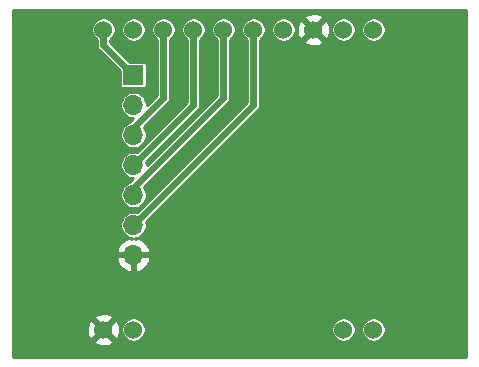
<source format=gbr>
%TF.GenerationSoftware,KiCad,Pcbnew,(5.1.6-0)*%
%TF.CreationDate,2020-10-20T21:46:17+02:00*%
%TF.ProjectId,DisplayAdapter_DOGS104,44697370-6c61-4794-9164-61707465725f,rev?*%
%TF.SameCoordinates,Original*%
%TF.FileFunction,Copper,L2,Bot*%
%TF.FilePolarity,Positive*%
%FSLAX46Y46*%
G04 Gerber Fmt 4.6, Leading zero omitted, Abs format (unit mm)*
G04 Created by KiCad (PCBNEW (5.1.6-0)) date 2020-10-20 21:46:17*
%MOMM*%
%LPD*%
G01*
G04 APERTURE LIST*
%TA.AperFunction,ComponentPad*%
%ADD10C,1.524000*%
%TD*%
%TA.AperFunction,ComponentPad*%
%ADD11O,1.700000X1.700000*%
%TD*%
%TA.AperFunction,ComponentPad*%
%ADD12R,1.700000X1.700000*%
%TD*%
%TA.AperFunction,ViaPad*%
%ADD13C,0.685800*%
%TD*%
%TA.AperFunction,Conductor*%
%ADD14C,0.609600*%
%TD*%
%TA.AperFunction,Conductor*%
%ADD15C,0.254000*%
%TD*%
G04 APERTURE END LIST*
D10*
%TO.P,U1,1*%
%TO.N,/Vdd*%
X139970000Y-116400000D03*
%TO.P,U1,11*%
%TO.N,Net-(C2-Pad1)*%
X162830000Y-91000000D03*
%TO.P,U1,12*%
%TO.N,/MODE*%
X160290000Y-91000000D03*
%TO.P,U1,13*%
%TO.N,/Vdd*%
X157750000Y-91000000D03*
%TO.P,U1,14*%
%TO.N,GND*%
X155210000Y-91000000D03*
%TO.P,U1,15*%
%TO.N,/MISO*%
X152670000Y-91000000D03*
%TO.P,U1,16*%
%TO.N,/MOSI*%
X150130000Y-91000000D03*
%TO.P,U1,17*%
%TO.N,/CLK*%
X147590000Y-91000000D03*
%TO.P,U1,18*%
%TO.N,/~CS*%
X145050000Y-91000000D03*
%TO.P,U1,19*%
%TO.N,GND*%
X142510000Y-91000000D03*
%TO.P,U1,20*%
%TO.N,/~RESET*%
X139970000Y-91000000D03*
%TO.P,U1,2*%
%TO.N,Net-(R2-Pad2)*%
X142510000Y-116400000D03*
%TO.P,U1,9*%
%TO.N,Net-(R1-Pad2)*%
X160290000Y-116400000D03*
%TO.P,U1,10*%
%TO.N,Net-(JP1-Pad2)*%
X162830000Y-116400000D03*
%TD*%
D11*
%TO.P,J1,7*%
%TO.N,/Vdd*%
X142500000Y-110080000D03*
%TO.P,J1,6*%
%TO.N,/MISO*%
X142500000Y-107540000D03*
%TO.P,J1,5*%
%TO.N,/MOSI*%
X142500000Y-105000000D03*
%TO.P,J1,4*%
%TO.N,/CLK*%
X142500000Y-102460000D03*
%TO.P,J1,3*%
%TO.N,/~CS*%
X142500000Y-99920000D03*
%TO.P,J1,2*%
%TO.N,GND*%
X142500000Y-97380000D03*
D12*
%TO.P,J1,1*%
%TO.N,/~RESET*%
X142500000Y-94840000D03*
%TD*%
D13*
%TO.N,/Vdd*%
X164500000Y-100000000D03*
X169000000Y-111500000D03*
%TD*%
D14*
%TO.N,/MOSI*%
X142500000Y-104394658D02*
X142500000Y-105000000D01*
X150130000Y-96764658D02*
X142500000Y-104394658D01*
X150130000Y-91000000D02*
X150130000Y-96764658D01*
%TO.N,/MISO*%
X152670000Y-97370000D02*
X142500000Y-107540000D01*
X152670000Y-91000000D02*
X152670000Y-97370000D01*
%TO.N,/CLK*%
X147590000Y-97370000D02*
X142500000Y-102460000D01*
X147590000Y-91000000D02*
X147590000Y-97370000D01*
%TO.N,/~CS*%
X142500000Y-99314658D02*
X142500000Y-99920000D01*
X145050000Y-96764658D02*
X142500000Y-99314658D01*
X145050000Y-91000000D02*
X145050000Y-96764658D01*
%TO.N,/~RESET*%
X139970000Y-92310000D02*
X142500000Y-94840000D01*
X139970000Y-91000000D02*
X139970000Y-92310000D01*
%TD*%
D15*
%TO.N,/Vdd*%
G36*
X170696401Y-118696400D02*
G01*
X132303600Y-118696400D01*
X132303600Y-117365565D01*
X139184040Y-117365565D01*
X139251020Y-117605656D01*
X139500048Y-117722756D01*
X139767135Y-117789023D01*
X140042017Y-117801910D01*
X140314133Y-117760922D01*
X140573023Y-117667636D01*
X140688980Y-117605656D01*
X140755960Y-117365565D01*
X139970000Y-116579605D01*
X139184040Y-117365565D01*
X132303600Y-117365565D01*
X132303600Y-116472017D01*
X138568090Y-116472017D01*
X138609078Y-116744133D01*
X138702364Y-117003023D01*
X138764344Y-117118980D01*
X139004435Y-117185960D01*
X139790395Y-116400000D01*
X140149605Y-116400000D01*
X140935565Y-117185960D01*
X141175656Y-117118980D01*
X141292756Y-116869952D01*
X141359023Y-116602865D01*
X141371910Y-116327983D01*
X141367309Y-116297431D01*
X141468600Y-116297431D01*
X141468600Y-116502569D01*
X141508620Y-116703765D01*
X141587123Y-116893288D01*
X141701092Y-117063854D01*
X141846146Y-117208908D01*
X142016712Y-117322877D01*
X142206235Y-117401380D01*
X142407431Y-117441400D01*
X142612569Y-117441400D01*
X142813765Y-117401380D01*
X143003288Y-117322877D01*
X143173854Y-117208908D01*
X143318908Y-117063854D01*
X143432877Y-116893288D01*
X143511380Y-116703765D01*
X143551400Y-116502569D01*
X143551400Y-116297431D01*
X159248600Y-116297431D01*
X159248600Y-116502569D01*
X159288620Y-116703765D01*
X159367123Y-116893288D01*
X159481092Y-117063854D01*
X159626146Y-117208908D01*
X159796712Y-117322877D01*
X159986235Y-117401380D01*
X160187431Y-117441400D01*
X160392569Y-117441400D01*
X160593765Y-117401380D01*
X160783288Y-117322877D01*
X160953854Y-117208908D01*
X161098908Y-117063854D01*
X161212877Y-116893288D01*
X161291380Y-116703765D01*
X161331400Y-116502569D01*
X161331400Y-116297431D01*
X161788600Y-116297431D01*
X161788600Y-116502569D01*
X161828620Y-116703765D01*
X161907123Y-116893288D01*
X162021092Y-117063854D01*
X162166146Y-117208908D01*
X162336712Y-117322877D01*
X162526235Y-117401380D01*
X162727431Y-117441400D01*
X162932569Y-117441400D01*
X163133765Y-117401380D01*
X163323288Y-117322877D01*
X163493854Y-117208908D01*
X163638908Y-117063854D01*
X163752877Y-116893288D01*
X163831380Y-116703765D01*
X163871400Y-116502569D01*
X163871400Y-116297431D01*
X163831380Y-116096235D01*
X163752877Y-115906712D01*
X163638908Y-115736146D01*
X163493854Y-115591092D01*
X163323288Y-115477123D01*
X163133765Y-115398620D01*
X162932569Y-115358600D01*
X162727431Y-115358600D01*
X162526235Y-115398620D01*
X162336712Y-115477123D01*
X162166146Y-115591092D01*
X162021092Y-115736146D01*
X161907123Y-115906712D01*
X161828620Y-116096235D01*
X161788600Y-116297431D01*
X161331400Y-116297431D01*
X161291380Y-116096235D01*
X161212877Y-115906712D01*
X161098908Y-115736146D01*
X160953854Y-115591092D01*
X160783288Y-115477123D01*
X160593765Y-115398620D01*
X160392569Y-115358600D01*
X160187431Y-115358600D01*
X159986235Y-115398620D01*
X159796712Y-115477123D01*
X159626146Y-115591092D01*
X159481092Y-115736146D01*
X159367123Y-115906712D01*
X159288620Y-116096235D01*
X159248600Y-116297431D01*
X143551400Y-116297431D01*
X143511380Y-116096235D01*
X143432877Y-115906712D01*
X143318908Y-115736146D01*
X143173854Y-115591092D01*
X143003288Y-115477123D01*
X142813765Y-115398620D01*
X142612569Y-115358600D01*
X142407431Y-115358600D01*
X142206235Y-115398620D01*
X142016712Y-115477123D01*
X141846146Y-115591092D01*
X141701092Y-115736146D01*
X141587123Y-115906712D01*
X141508620Y-116096235D01*
X141468600Y-116297431D01*
X141367309Y-116297431D01*
X141330922Y-116055867D01*
X141237636Y-115796977D01*
X141175656Y-115681020D01*
X140935565Y-115614040D01*
X140149605Y-116400000D01*
X139790395Y-116400000D01*
X139004435Y-115614040D01*
X138764344Y-115681020D01*
X138647244Y-115930048D01*
X138580977Y-116197135D01*
X138568090Y-116472017D01*
X132303600Y-116472017D01*
X132303600Y-115434435D01*
X139184040Y-115434435D01*
X139970000Y-116220395D01*
X140755960Y-115434435D01*
X140688980Y-115194344D01*
X140439952Y-115077244D01*
X140172865Y-115010977D01*
X139897983Y-114998090D01*
X139625867Y-115039078D01*
X139366977Y-115132364D01*
X139251020Y-115194344D01*
X139184040Y-115434435D01*
X132303600Y-115434435D01*
X132303600Y-110436890D01*
X141058524Y-110436890D01*
X141103175Y-110584099D01*
X141228359Y-110846920D01*
X141402412Y-111080269D01*
X141618645Y-111275178D01*
X141868748Y-111424157D01*
X142143109Y-111521481D01*
X142373000Y-111400814D01*
X142373000Y-110207000D01*
X142627000Y-110207000D01*
X142627000Y-111400814D01*
X142856891Y-111521481D01*
X143131252Y-111424157D01*
X143381355Y-111275178D01*
X143597588Y-111080269D01*
X143771641Y-110846920D01*
X143896825Y-110584099D01*
X143941476Y-110436890D01*
X143820155Y-110207000D01*
X142627000Y-110207000D01*
X142373000Y-110207000D01*
X141179845Y-110207000D01*
X141058524Y-110436890D01*
X132303600Y-110436890D01*
X132303600Y-109723110D01*
X141058524Y-109723110D01*
X141179845Y-109953000D01*
X142373000Y-109953000D01*
X142373000Y-109933000D01*
X142627000Y-109933000D01*
X142627000Y-109953000D01*
X143820155Y-109953000D01*
X143941476Y-109723110D01*
X143896825Y-109575901D01*
X143771641Y-109313080D01*
X143597588Y-109079731D01*
X143381355Y-108884822D01*
X143131252Y-108735843D01*
X142856891Y-108638519D01*
X142627002Y-108759185D01*
X142627002Y-108666264D01*
X142829434Y-108625998D01*
X143034972Y-108540862D01*
X143219951Y-108417263D01*
X143377263Y-108259951D01*
X143500862Y-108074972D01*
X143585998Y-107869434D01*
X143629400Y-107651236D01*
X143629400Y-107428764D01*
X143597548Y-107268635D01*
X153062806Y-97803378D01*
X153085090Y-97785090D01*
X153158094Y-97696134D01*
X153212341Y-97594645D01*
X153245746Y-97484523D01*
X153254200Y-97398692D01*
X153254200Y-97398684D01*
X153257025Y-97370000D01*
X153254200Y-97341316D01*
X153254200Y-91862131D01*
X153333854Y-91808908D01*
X153478908Y-91663854D01*
X153592877Y-91493288D01*
X153671380Y-91303765D01*
X153711400Y-91102569D01*
X153711400Y-90897431D01*
X154168600Y-90897431D01*
X154168600Y-91102569D01*
X154208620Y-91303765D01*
X154287123Y-91493288D01*
X154401092Y-91663854D01*
X154546146Y-91808908D01*
X154716712Y-91922877D01*
X154906235Y-92001380D01*
X155107431Y-92041400D01*
X155312569Y-92041400D01*
X155513765Y-92001380D01*
X155600230Y-91965565D01*
X156964040Y-91965565D01*
X157031020Y-92205656D01*
X157280048Y-92322756D01*
X157547135Y-92389023D01*
X157822017Y-92401910D01*
X158094133Y-92360922D01*
X158353023Y-92267636D01*
X158468980Y-92205656D01*
X158535960Y-91965565D01*
X157750000Y-91179605D01*
X156964040Y-91965565D01*
X155600230Y-91965565D01*
X155703288Y-91922877D01*
X155873854Y-91808908D01*
X156018908Y-91663854D01*
X156132877Y-91493288D01*
X156211380Y-91303765D01*
X156251400Y-91102569D01*
X156251400Y-91072017D01*
X156348090Y-91072017D01*
X156389078Y-91344133D01*
X156482364Y-91603023D01*
X156544344Y-91718980D01*
X156784435Y-91785960D01*
X157570395Y-91000000D01*
X157929605Y-91000000D01*
X158715565Y-91785960D01*
X158955656Y-91718980D01*
X159072756Y-91469952D01*
X159139023Y-91202865D01*
X159151910Y-90927983D01*
X159147309Y-90897431D01*
X159248600Y-90897431D01*
X159248600Y-91102569D01*
X159288620Y-91303765D01*
X159367123Y-91493288D01*
X159481092Y-91663854D01*
X159626146Y-91808908D01*
X159796712Y-91922877D01*
X159986235Y-92001380D01*
X160187431Y-92041400D01*
X160392569Y-92041400D01*
X160593765Y-92001380D01*
X160783288Y-91922877D01*
X160953854Y-91808908D01*
X161098908Y-91663854D01*
X161212877Y-91493288D01*
X161291380Y-91303765D01*
X161331400Y-91102569D01*
X161331400Y-90897431D01*
X161788600Y-90897431D01*
X161788600Y-91102569D01*
X161828620Y-91303765D01*
X161907123Y-91493288D01*
X162021092Y-91663854D01*
X162166146Y-91808908D01*
X162336712Y-91922877D01*
X162526235Y-92001380D01*
X162727431Y-92041400D01*
X162932569Y-92041400D01*
X163133765Y-92001380D01*
X163323288Y-91922877D01*
X163493854Y-91808908D01*
X163638908Y-91663854D01*
X163752877Y-91493288D01*
X163831380Y-91303765D01*
X163871400Y-91102569D01*
X163871400Y-90897431D01*
X163831380Y-90696235D01*
X163752877Y-90506712D01*
X163638908Y-90336146D01*
X163493854Y-90191092D01*
X163323288Y-90077123D01*
X163133765Y-89998620D01*
X162932569Y-89958600D01*
X162727431Y-89958600D01*
X162526235Y-89998620D01*
X162336712Y-90077123D01*
X162166146Y-90191092D01*
X162021092Y-90336146D01*
X161907123Y-90506712D01*
X161828620Y-90696235D01*
X161788600Y-90897431D01*
X161331400Y-90897431D01*
X161291380Y-90696235D01*
X161212877Y-90506712D01*
X161098908Y-90336146D01*
X160953854Y-90191092D01*
X160783288Y-90077123D01*
X160593765Y-89998620D01*
X160392569Y-89958600D01*
X160187431Y-89958600D01*
X159986235Y-89998620D01*
X159796712Y-90077123D01*
X159626146Y-90191092D01*
X159481092Y-90336146D01*
X159367123Y-90506712D01*
X159288620Y-90696235D01*
X159248600Y-90897431D01*
X159147309Y-90897431D01*
X159110922Y-90655867D01*
X159017636Y-90396977D01*
X158955656Y-90281020D01*
X158715565Y-90214040D01*
X157929605Y-91000000D01*
X157570395Y-91000000D01*
X156784435Y-90214040D01*
X156544344Y-90281020D01*
X156427244Y-90530048D01*
X156360977Y-90797135D01*
X156348090Y-91072017D01*
X156251400Y-91072017D01*
X156251400Y-90897431D01*
X156211380Y-90696235D01*
X156132877Y-90506712D01*
X156018908Y-90336146D01*
X155873854Y-90191092D01*
X155703288Y-90077123D01*
X155600231Y-90034435D01*
X156964040Y-90034435D01*
X157750000Y-90820395D01*
X158535960Y-90034435D01*
X158468980Y-89794344D01*
X158219952Y-89677244D01*
X157952865Y-89610977D01*
X157677983Y-89598090D01*
X157405867Y-89639078D01*
X157146977Y-89732364D01*
X157031020Y-89794344D01*
X156964040Y-90034435D01*
X155600231Y-90034435D01*
X155513765Y-89998620D01*
X155312569Y-89958600D01*
X155107431Y-89958600D01*
X154906235Y-89998620D01*
X154716712Y-90077123D01*
X154546146Y-90191092D01*
X154401092Y-90336146D01*
X154287123Y-90506712D01*
X154208620Y-90696235D01*
X154168600Y-90897431D01*
X153711400Y-90897431D01*
X153671380Y-90696235D01*
X153592877Y-90506712D01*
X153478908Y-90336146D01*
X153333854Y-90191092D01*
X153163288Y-90077123D01*
X152973765Y-89998620D01*
X152772569Y-89958600D01*
X152567431Y-89958600D01*
X152366235Y-89998620D01*
X152176712Y-90077123D01*
X152006146Y-90191092D01*
X151861092Y-90336146D01*
X151747123Y-90506712D01*
X151668620Y-90696235D01*
X151628600Y-90897431D01*
X151628600Y-91102569D01*
X151668620Y-91303765D01*
X151747123Y-91493288D01*
X151861092Y-91663854D01*
X152006146Y-91808908D01*
X152085800Y-91862131D01*
X152085801Y-97128015D01*
X142771365Y-106442452D01*
X142611236Y-106410600D01*
X142388764Y-106410600D01*
X142170566Y-106454002D01*
X141965028Y-106539138D01*
X141780049Y-106662737D01*
X141622737Y-106820049D01*
X141499138Y-107005028D01*
X141414002Y-107210566D01*
X141370600Y-107428764D01*
X141370600Y-107651236D01*
X141414002Y-107869434D01*
X141499138Y-108074972D01*
X141622737Y-108259951D01*
X141780049Y-108417263D01*
X141965028Y-108540862D01*
X142170566Y-108625998D01*
X142372998Y-108666264D01*
X142372998Y-108759185D01*
X142143109Y-108638519D01*
X141868748Y-108735843D01*
X141618645Y-108884822D01*
X141402412Y-109079731D01*
X141228359Y-109313080D01*
X141103175Y-109575901D01*
X141058524Y-109723110D01*
X132303600Y-109723110D01*
X132303600Y-102348764D01*
X141370600Y-102348764D01*
X141370600Y-102571236D01*
X141414002Y-102789434D01*
X141499138Y-102994972D01*
X141622737Y-103179951D01*
X141780049Y-103337263D01*
X141965028Y-103460862D01*
X142170566Y-103545998D01*
X142388764Y-103589400D01*
X142479075Y-103589400D01*
X142143094Y-103925381D01*
X141965028Y-103999138D01*
X141780049Y-104122737D01*
X141622737Y-104280049D01*
X141499138Y-104465028D01*
X141414002Y-104670566D01*
X141370600Y-104888764D01*
X141370600Y-105111236D01*
X141414002Y-105329434D01*
X141499138Y-105534972D01*
X141622737Y-105719951D01*
X141780049Y-105877263D01*
X141965028Y-106000862D01*
X142170566Y-106085998D01*
X142388764Y-106129400D01*
X142611236Y-106129400D01*
X142829434Y-106085998D01*
X143034972Y-106000862D01*
X143219951Y-105877263D01*
X143377263Y-105719951D01*
X143500862Y-105534972D01*
X143585998Y-105329434D01*
X143629400Y-105111236D01*
X143629400Y-104888764D01*
X143585998Y-104670566D01*
X143500862Y-104465028D01*
X143402709Y-104318132D01*
X150522801Y-97198040D01*
X150545090Y-97179748D01*
X150618094Y-97090792D01*
X150672341Y-96989303D01*
X150705746Y-96879181D01*
X150714200Y-96793350D01*
X150714200Y-96793341D01*
X150717025Y-96764659D01*
X150714200Y-96735977D01*
X150714200Y-91862131D01*
X150793854Y-91808908D01*
X150938908Y-91663854D01*
X151052877Y-91493288D01*
X151131380Y-91303765D01*
X151171400Y-91102569D01*
X151171400Y-90897431D01*
X151131380Y-90696235D01*
X151052877Y-90506712D01*
X150938908Y-90336146D01*
X150793854Y-90191092D01*
X150623288Y-90077123D01*
X150433765Y-89998620D01*
X150232569Y-89958600D01*
X150027431Y-89958600D01*
X149826235Y-89998620D01*
X149636712Y-90077123D01*
X149466146Y-90191092D01*
X149321092Y-90336146D01*
X149207123Y-90506712D01*
X149128620Y-90696235D01*
X149088600Y-90897431D01*
X149088600Y-91102569D01*
X149128620Y-91303765D01*
X149207123Y-91493288D01*
X149321092Y-91663854D01*
X149466146Y-91808908D01*
X149545800Y-91862131D01*
X149545801Y-96522674D01*
X143629400Y-102439075D01*
X143629400Y-102348764D01*
X143597548Y-102188635D01*
X147982806Y-97803378D01*
X148005090Y-97785090D01*
X148078094Y-97696134D01*
X148132341Y-97594645D01*
X148165746Y-97484523D01*
X148174200Y-97398692D01*
X148174200Y-97398685D01*
X148177025Y-97370001D01*
X148174200Y-97341317D01*
X148174200Y-91862131D01*
X148253854Y-91808908D01*
X148398908Y-91663854D01*
X148512877Y-91493288D01*
X148591380Y-91303765D01*
X148631400Y-91102569D01*
X148631400Y-90897431D01*
X148591380Y-90696235D01*
X148512877Y-90506712D01*
X148398908Y-90336146D01*
X148253854Y-90191092D01*
X148083288Y-90077123D01*
X147893765Y-89998620D01*
X147692569Y-89958600D01*
X147487431Y-89958600D01*
X147286235Y-89998620D01*
X147096712Y-90077123D01*
X146926146Y-90191092D01*
X146781092Y-90336146D01*
X146667123Y-90506712D01*
X146588620Y-90696235D01*
X146548600Y-90897431D01*
X146548600Y-91102569D01*
X146588620Y-91303765D01*
X146667123Y-91493288D01*
X146781092Y-91663854D01*
X146926146Y-91808908D01*
X147005800Y-91862131D01*
X147005801Y-97128015D01*
X142771365Y-101362452D01*
X142611236Y-101330600D01*
X142388764Y-101330600D01*
X142170566Y-101374002D01*
X141965028Y-101459138D01*
X141780049Y-101582737D01*
X141622737Y-101740049D01*
X141499138Y-101925028D01*
X141414002Y-102130566D01*
X141370600Y-102348764D01*
X132303600Y-102348764D01*
X132303600Y-97268764D01*
X141370600Y-97268764D01*
X141370600Y-97491236D01*
X141414002Y-97709434D01*
X141499138Y-97914972D01*
X141622737Y-98099951D01*
X141780049Y-98257263D01*
X141965028Y-98380862D01*
X142170566Y-98465998D01*
X142388764Y-98509400D01*
X142479075Y-98509400D01*
X142143094Y-98845381D01*
X141965028Y-98919138D01*
X141780049Y-99042737D01*
X141622737Y-99200049D01*
X141499138Y-99385028D01*
X141414002Y-99590566D01*
X141370600Y-99808764D01*
X141370600Y-100031236D01*
X141414002Y-100249434D01*
X141499138Y-100454972D01*
X141622737Y-100639951D01*
X141780049Y-100797263D01*
X141965028Y-100920862D01*
X142170566Y-101005998D01*
X142388764Y-101049400D01*
X142611236Y-101049400D01*
X142829434Y-101005998D01*
X143034972Y-100920862D01*
X143219951Y-100797263D01*
X143377263Y-100639951D01*
X143500862Y-100454972D01*
X143585998Y-100249434D01*
X143629400Y-100031236D01*
X143629400Y-99808764D01*
X143585998Y-99590566D01*
X143500862Y-99385028D01*
X143402709Y-99238132D01*
X145442806Y-97198036D01*
X145465090Y-97179748D01*
X145493316Y-97145355D01*
X145538094Y-97090792D01*
X145592341Y-96989303D01*
X145625746Y-96879181D01*
X145637026Y-96764658D01*
X145634200Y-96735966D01*
X145634200Y-91862131D01*
X145713854Y-91808908D01*
X145858908Y-91663854D01*
X145972877Y-91493288D01*
X146051380Y-91303765D01*
X146091400Y-91102569D01*
X146091400Y-90897431D01*
X146051380Y-90696235D01*
X145972877Y-90506712D01*
X145858908Y-90336146D01*
X145713854Y-90191092D01*
X145543288Y-90077123D01*
X145353765Y-89998620D01*
X145152569Y-89958600D01*
X144947431Y-89958600D01*
X144746235Y-89998620D01*
X144556712Y-90077123D01*
X144386146Y-90191092D01*
X144241092Y-90336146D01*
X144127123Y-90506712D01*
X144048620Y-90696235D01*
X144008600Y-90897431D01*
X144008600Y-91102569D01*
X144048620Y-91303765D01*
X144127123Y-91493288D01*
X144241092Y-91663854D01*
X144386146Y-91808908D01*
X144465800Y-91862131D01*
X144465801Y-96522673D01*
X143629400Y-97359074D01*
X143629400Y-97268764D01*
X143585998Y-97050566D01*
X143500862Y-96845028D01*
X143377263Y-96660049D01*
X143219951Y-96502737D01*
X143034972Y-96379138D01*
X142829434Y-96294002D01*
X142611236Y-96250600D01*
X142388764Y-96250600D01*
X142170566Y-96294002D01*
X141965028Y-96379138D01*
X141780049Y-96502737D01*
X141622737Y-96660049D01*
X141499138Y-96845028D01*
X141414002Y-97050566D01*
X141370600Y-97268764D01*
X132303600Y-97268764D01*
X132303600Y-90897431D01*
X138928600Y-90897431D01*
X138928600Y-91102569D01*
X138968620Y-91303765D01*
X139047123Y-91493288D01*
X139161092Y-91663854D01*
X139306146Y-91808908D01*
X139385801Y-91862132D01*
X139385801Y-92281306D01*
X139382975Y-92310000D01*
X139394254Y-92424523D01*
X139427659Y-92534644D01*
X139427660Y-92534645D01*
X139481907Y-92636134D01*
X139513345Y-92674442D01*
X139536620Y-92702803D01*
X139536623Y-92702806D01*
X139554911Y-92725090D01*
X139577195Y-92743378D01*
X141369249Y-94535432D01*
X141369249Y-95690000D01*
X141374644Y-95744772D01*
X141390620Y-95797439D01*
X141416564Y-95845977D01*
X141451479Y-95888521D01*
X141494023Y-95923436D01*
X141542561Y-95949380D01*
X141595228Y-95965356D01*
X141650000Y-95970751D01*
X143350000Y-95970751D01*
X143404772Y-95965356D01*
X143457439Y-95949380D01*
X143505977Y-95923436D01*
X143548521Y-95888521D01*
X143583436Y-95845977D01*
X143609380Y-95797439D01*
X143625356Y-95744772D01*
X143630751Y-95690000D01*
X143630751Y-93990000D01*
X143625356Y-93935228D01*
X143609380Y-93882561D01*
X143583436Y-93834023D01*
X143548521Y-93791479D01*
X143505977Y-93756564D01*
X143457439Y-93730620D01*
X143404772Y-93714644D01*
X143350000Y-93709249D01*
X142195432Y-93709249D01*
X140554200Y-92068017D01*
X140554200Y-91862131D01*
X140633854Y-91808908D01*
X140778908Y-91663854D01*
X140892877Y-91493288D01*
X140971380Y-91303765D01*
X141011400Y-91102569D01*
X141011400Y-90897431D01*
X141468600Y-90897431D01*
X141468600Y-91102569D01*
X141508620Y-91303765D01*
X141587123Y-91493288D01*
X141701092Y-91663854D01*
X141846146Y-91808908D01*
X142016712Y-91922877D01*
X142206235Y-92001380D01*
X142407431Y-92041400D01*
X142612569Y-92041400D01*
X142813765Y-92001380D01*
X143003288Y-91922877D01*
X143173854Y-91808908D01*
X143318908Y-91663854D01*
X143432877Y-91493288D01*
X143511380Y-91303765D01*
X143551400Y-91102569D01*
X143551400Y-90897431D01*
X143511380Y-90696235D01*
X143432877Y-90506712D01*
X143318908Y-90336146D01*
X143173854Y-90191092D01*
X143003288Y-90077123D01*
X142813765Y-89998620D01*
X142612569Y-89958600D01*
X142407431Y-89958600D01*
X142206235Y-89998620D01*
X142016712Y-90077123D01*
X141846146Y-90191092D01*
X141701092Y-90336146D01*
X141587123Y-90506712D01*
X141508620Y-90696235D01*
X141468600Y-90897431D01*
X141011400Y-90897431D01*
X140971380Y-90696235D01*
X140892877Y-90506712D01*
X140778908Y-90336146D01*
X140633854Y-90191092D01*
X140463288Y-90077123D01*
X140273765Y-89998620D01*
X140072569Y-89958600D01*
X139867431Y-89958600D01*
X139666235Y-89998620D01*
X139476712Y-90077123D01*
X139306146Y-90191092D01*
X139161092Y-90336146D01*
X139047123Y-90506712D01*
X138968620Y-90696235D01*
X138928600Y-90897431D01*
X132303600Y-90897431D01*
X132303600Y-89303600D01*
X170696400Y-89303600D01*
X170696401Y-118696400D01*
G37*
X170696401Y-118696400D02*
X132303600Y-118696400D01*
X132303600Y-117365565D01*
X139184040Y-117365565D01*
X139251020Y-117605656D01*
X139500048Y-117722756D01*
X139767135Y-117789023D01*
X140042017Y-117801910D01*
X140314133Y-117760922D01*
X140573023Y-117667636D01*
X140688980Y-117605656D01*
X140755960Y-117365565D01*
X139970000Y-116579605D01*
X139184040Y-117365565D01*
X132303600Y-117365565D01*
X132303600Y-116472017D01*
X138568090Y-116472017D01*
X138609078Y-116744133D01*
X138702364Y-117003023D01*
X138764344Y-117118980D01*
X139004435Y-117185960D01*
X139790395Y-116400000D01*
X140149605Y-116400000D01*
X140935565Y-117185960D01*
X141175656Y-117118980D01*
X141292756Y-116869952D01*
X141359023Y-116602865D01*
X141371910Y-116327983D01*
X141367309Y-116297431D01*
X141468600Y-116297431D01*
X141468600Y-116502569D01*
X141508620Y-116703765D01*
X141587123Y-116893288D01*
X141701092Y-117063854D01*
X141846146Y-117208908D01*
X142016712Y-117322877D01*
X142206235Y-117401380D01*
X142407431Y-117441400D01*
X142612569Y-117441400D01*
X142813765Y-117401380D01*
X143003288Y-117322877D01*
X143173854Y-117208908D01*
X143318908Y-117063854D01*
X143432877Y-116893288D01*
X143511380Y-116703765D01*
X143551400Y-116502569D01*
X143551400Y-116297431D01*
X159248600Y-116297431D01*
X159248600Y-116502569D01*
X159288620Y-116703765D01*
X159367123Y-116893288D01*
X159481092Y-117063854D01*
X159626146Y-117208908D01*
X159796712Y-117322877D01*
X159986235Y-117401380D01*
X160187431Y-117441400D01*
X160392569Y-117441400D01*
X160593765Y-117401380D01*
X160783288Y-117322877D01*
X160953854Y-117208908D01*
X161098908Y-117063854D01*
X161212877Y-116893288D01*
X161291380Y-116703765D01*
X161331400Y-116502569D01*
X161331400Y-116297431D01*
X161788600Y-116297431D01*
X161788600Y-116502569D01*
X161828620Y-116703765D01*
X161907123Y-116893288D01*
X162021092Y-117063854D01*
X162166146Y-117208908D01*
X162336712Y-117322877D01*
X162526235Y-117401380D01*
X162727431Y-117441400D01*
X162932569Y-117441400D01*
X163133765Y-117401380D01*
X163323288Y-117322877D01*
X163493854Y-117208908D01*
X163638908Y-117063854D01*
X163752877Y-116893288D01*
X163831380Y-116703765D01*
X163871400Y-116502569D01*
X163871400Y-116297431D01*
X163831380Y-116096235D01*
X163752877Y-115906712D01*
X163638908Y-115736146D01*
X163493854Y-115591092D01*
X163323288Y-115477123D01*
X163133765Y-115398620D01*
X162932569Y-115358600D01*
X162727431Y-115358600D01*
X162526235Y-115398620D01*
X162336712Y-115477123D01*
X162166146Y-115591092D01*
X162021092Y-115736146D01*
X161907123Y-115906712D01*
X161828620Y-116096235D01*
X161788600Y-116297431D01*
X161331400Y-116297431D01*
X161291380Y-116096235D01*
X161212877Y-115906712D01*
X161098908Y-115736146D01*
X160953854Y-115591092D01*
X160783288Y-115477123D01*
X160593765Y-115398620D01*
X160392569Y-115358600D01*
X160187431Y-115358600D01*
X159986235Y-115398620D01*
X159796712Y-115477123D01*
X159626146Y-115591092D01*
X159481092Y-115736146D01*
X159367123Y-115906712D01*
X159288620Y-116096235D01*
X159248600Y-116297431D01*
X143551400Y-116297431D01*
X143511380Y-116096235D01*
X143432877Y-115906712D01*
X143318908Y-115736146D01*
X143173854Y-115591092D01*
X143003288Y-115477123D01*
X142813765Y-115398620D01*
X142612569Y-115358600D01*
X142407431Y-115358600D01*
X142206235Y-115398620D01*
X142016712Y-115477123D01*
X141846146Y-115591092D01*
X141701092Y-115736146D01*
X141587123Y-115906712D01*
X141508620Y-116096235D01*
X141468600Y-116297431D01*
X141367309Y-116297431D01*
X141330922Y-116055867D01*
X141237636Y-115796977D01*
X141175656Y-115681020D01*
X140935565Y-115614040D01*
X140149605Y-116400000D01*
X139790395Y-116400000D01*
X139004435Y-115614040D01*
X138764344Y-115681020D01*
X138647244Y-115930048D01*
X138580977Y-116197135D01*
X138568090Y-116472017D01*
X132303600Y-116472017D01*
X132303600Y-115434435D01*
X139184040Y-115434435D01*
X139970000Y-116220395D01*
X140755960Y-115434435D01*
X140688980Y-115194344D01*
X140439952Y-115077244D01*
X140172865Y-115010977D01*
X139897983Y-114998090D01*
X139625867Y-115039078D01*
X139366977Y-115132364D01*
X139251020Y-115194344D01*
X139184040Y-115434435D01*
X132303600Y-115434435D01*
X132303600Y-110436890D01*
X141058524Y-110436890D01*
X141103175Y-110584099D01*
X141228359Y-110846920D01*
X141402412Y-111080269D01*
X141618645Y-111275178D01*
X141868748Y-111424157D01*
X142143109Y-111521481D01*
X142373000Y-111400814D01*
X142373000Y-110207000D01*
X142627000Y-110207000D01*
X142627000Y-111400814D01*
X142856891Y-111521481D01*
X143131252Y-111424157D01*
X143381355Y-111275178D01*
X143597588Y-111080269D01*
X143771641Y-110846920D01*
X143896825Y-110584099D01*
X143941476Y-110436890D01*
X143820155Y-110207000D01*
X142627000Y-110207000D01*
X142373000Y-110207000D01*
X141179845Y-110207000D01*
X141058524Y-110436890D01*
X132303600Y-110436890D01*
X132303600Y-109723110D01*
X141058524Y-109723110D01*
X141179845Y-109953000D01*
X142373000Y-109953000D01*
X142373000Y-109933000D01*
X142627000Y-109933000D01*
X142627000Y-109953000D01*
X143820155Y-109953000D01*
X143941476Y-109723110D01*
X143896825Y-109575901D01*
X143771641Y-109313080D01*
X143597588Y-109079731D01*
X143381355Y-108884822D01*
X143131252Y-108735843D01*
X142856891Y-108638519D01*
X142627002Y-108759185D01*
X142627002Y-108666264D01*
X142829434Y-108625998D01*
X143034972Y-108540862D01*
X143219951Y-108417263D01*
X143377263Y-108259951D01*
X143500862Y-108074972D01*
X143585998Y-107869434D01*
X143629400Y-107651236D01*
X143629400Y-107428764D01*
X143597548Y-107268635D01*
X153062806Y-97803378D01*
X153085090Y-97785090D01*
X153158094Y-97696134D01*
X153212341Y-97594645D01*
X153245746Y-97484523D01*
X153254200Y-97398692D01*
X153254200Y-97398684D01*
X153257025Y-97370000D01*
X153254200Y-97341316D01*
X153254200Y-91862131D01*
X153333854Y-91808908D01*
X153478908Y-91663854D01*
X153592877Y-91493288D01*
X153671380Y-91303765D01*
X153711400Y-91102569D01*
X153711400Y-90897431D01*
X154168600Y-90897431D01*
X154168600Y-91102569D01*
X154208620Y-91303765D01*
X154287123Y-91493288D01*
X154401092Y-91663854D01*
X154546146Y-91808908D01*
X154716712Y-91922877D01*
X154906235Y-92001380D01*
X155107431Y-92041400D01*
X155312569Y-92041400D01*
X155513765Y-92001380D01*
X155600230Y-91965565D01*
X156964040Y-91965565D01*
X157031020Y-92205656D01*
X157280048Y-92322756D01*
X157547135Y-92389023D01*
X157822017Y-92401910D01*
X158094133Y-92360922D01*
X158353023Y-92267636D01*
X158468980Y-92205656D01*
X158535960Y-91965565D01*
X157750000Y-91179605D01*
X156964040Y-91965565D01*
X155600230Y-91965565D01*
X155703288Y-91922877D01*
X155873854Y-91808908D01*
X156018908Y-91663854D01*
X156132877Y-91493288D01*
X156211380Y-91303765D01*
X156251400Y-91102569D01*
X156251400Y-91072017D01*
X156348090Y-91072017D01*
X156389078Y-91344133D01*
X156482364Y-91603023D01*
X156544344Y-91718980D01*
X156784435Y-91785960D01*
X157570395Y-91000000D01*
X157929605Y-91000000D01*
X158715565Y-91785960D01*
X158955656Y-91718980D01*
X159072756Y-91469952D01*
X159139023Y-91202865D01*
X159151910Y-90927983D01*
X159147309Y-90897431D01*
X159248600Y-90897431D01*
X159248600Y-91102569D01*
X159288620Y-91303765D01*
X159367123Y-91493288D01*
X159481092Y-91663854D01*
X159626146Y-91808908D01*
X159796712Y-91922877D01*
X159986235Y-92001380D01*
X160187431Y-92041400D01*
X160392569Y-92041400D01*
X160593765Y-92001380D01*
X160783288Y-91922877D01*
X160953854Y-91808908D01*
X161098908Y-91663854D01*
X161212877Y-91493288D01*
X161291380Y-91303765D01*
X161331400Y-91102569D01*
X161331400Y-90897431D01*
X161788600Y-90897431D01*
X161788600Y-91102569D01*
X161828620Y-91303765D01*
X161907123Y-91493288D01*
X162021092Y-91663854D01*
X162166146Y-91808908D01*
X162336712Y-91922877D01*
X162526235Y-92001380D01*
X162727431Y-92041400D01*
X162932569Y-92041400D01*
X163133765Y-92001380D01*
X163323288Y-91922877D01*
X163493854Y-91808908D01*
X163638908Y-91663854D01*
X163752877Y-91493288D01*
X163831380Y-91303765D01*
X163871400Y-91102569D01*
X163871400Y-90897431D01*
X163831380Y-90696235D01*
X163752877Y-90506712D01*
X163638908Y-90336146D01*
X163493854Y-90191092D01*
X163323288Y-90077123D01*
X163133765Y-89998620D01*
X162932569Y-89958600D01*
X162727431Y-89958600D01*
X162526235Y-89998620D01*
X162336712Y-90077123D01*
X162166146Y-90191092D01*
X162021092Y-90336146D01*
X161907123Y-90506712D01*
X161828620Y-90696235D01*
X161788600Y-90897431D01*
X161331400Y-90897431D01*
X161291380Y-90696235D01*
X161212877Y-90506712D01*
X161098908Y-90336146D01*
X160953854Y-90191092D01*
X160783288Y-90077123D01*
X160593765Y-89998620D01*
X160392569Y-89958600D01*
X160187431Y-89958600D01*
X159986235Y-89998620D01*
X159796712Y-90077123D01*
X159626146Y-90191092D01*
X159481092Y-90336146D01*
X159367123Y-90506712D01*
X159288620Y-90696235D01*
X159248600Y-90897431D01*
X159147309Y-90897431D01*
X159110922Y-90655867D01*
X159017636Y-90396977D01*
X158955656Y-90281020D01*
X158715565Y-90214040D01*
X157929605Y-91000000D01*
X157570395Y-91000000D01*
X156784435Y-90214040D01*
X156544344Y-90281020D01*
X156427244Y-90530048D01*
X156360977Y-90797135D01*
X156348090Y-91072017D01*
X156251400Y-91072017D01*
X156251400Y-90897431D01*
X156211380Y-90696235D01*
X156132877Y-90506712D01*
X156018908Y-90336146D01*
X155873854Y-90191092D01*
X155703288Y-90077123D01*
X155600231Y-90034435D01*
X156964040Y-90034435D01*
X157750000Y-90820395D01*
X158535960Y-90034435D01*
X158468980Y-89794344D01*
X158219952Y-89677244D01*
X157952865Y-89610977D01*
X157677983Y-89598090D01*
X157405867Y-89639078D01*
X157146977Y-89732364D01*
X157031020Y-89794344D01*
X156964040Y-90034435D01*
X155600231Y-90034435D01*
X155513765Y-89998620D01*
X155312569Y-89958600D01*
X155107431Y-89958600D01*
X154906235Y-89998620D01*
X154716712Y-90077123D01*
X154546146Y-90191092D01*
X154401092Y-90336146D01*
X154287123Y-90506712D01*
X154208620Y-90696235D01*
X154168600Y-90897431D01*
X153711400Y-90897431D01*
X153671380Y-90696235D01*
X153592877Y-90506712D01*
X153478908Y-90336146D01*
X153333854Y-90191092D01*
X153163288Y-90077123D01*
X152973765Y-89998620D01*
X152772569Y-89958600D01*
X152567431Y-89958600D01*
X152366235Y-89998620D01*
X152176712Y-90077123D01*
X152006146Y-90191092D01*
X151861092Y-90336146D01*
X151747123Y-90506712D01*
X151668620Y-90696235D01*
X151628600Y-90897431D01*
X151628600Y-91102569D01*
X151668620Y-91303765D01*
X151747123Y-91493288D01*
X151861092Y-91663854D01*
X152006146Y-91808908D01*
X152085800Y-91862131D01*
X152085801Y-97128015D01*
X142771365Y-106442452D01*
X142611236Y-106410600D01*
X142388764Y-106410600D01*
X142170566Y-106454002D01*
X141965028Y-106539138D01*
X141780049Y-106662737D01*
X141622737Y-106820049D01*
X141499138Y-107005028D01*
X141414002Y-107210566D01*
X141370600Y-107428764D01*
X141370600Y-107651236D01*
X141414002Y-107869434D01*
X141499138Y-108074972D01*
X141622737Y-108259951D01*
X141780049Y-108417263D01*
X141965028Y-108540862D01*
X142170566Y-108625998D01*
X142372998Y-108666264D01*
X142372998Y-108759185D01*
X142143109Y-108638519D01*
X141868748Y-108735843D01*
X141618645Y-108884822D01*
X141402412Y-109079731D01*
X141228359Y-109313080D01*
X141103175Y-109575901D01*
X141058524Y-109723110D01*
X132303600Y-109723110D01*
X132303600Y-102348764D01*
X141370600Y-102348764D01*
X141370600Y-102571236D01*
X141414002Y-102789434D01*
X141499138Y-102994972D01*
X141622737Y-103179951D01*
X141780049Y-103337263D01*
X141965028Y-103460862D01*
X142170566Y-103545998D01*
X142388764Y-103589400D01*
X142479075Y-103589400D01*
X142143094Y-103925381D01*
X141965028Y-103999138D01*
X141780049Y-104122737D01*
X141622737Y-104280049D01*
X141499138Y-104465028D01*
X141414002Y-104670566D01*
X141370600Y-104888764D01*
X141370600Y-105111236D01*
X141414002Y-105329434D01*
X141499138Y-105534972D01*
X141622737Y-105719951D01*
X141780049Y-105877263D01*
X141965028Y-106000862D01*
X142170566Y-106085998D01*
X142388764Y-106129400D01*
X142611236Y-106129400D01*
X142829434Y-106085998D01*
X143034972Y-106000862D01*
X143219951Y-105877263D01*
X143377263Y-105719951D01*
X143500862Y-105534972D01*
X143585998Y-105329434D01*
X143629400Y-105111236D01*
X143629400Y-104888764D01*
X143585998Y-104670566D01*
X143500862Y-104465028D01*
X143402709Y-104318132D01*
X150522801Y-97198040D01*
X150545090Y-97179748D01*
X150618094Y-97090792D01*
X150672341Y-96989303D01*
X150705746Y-96879181D01*
X150714200Y-96793350D01*
X150714200Y-96793341D01*
X150717025Y-96764659D01*
X150714200Y-96735977D01*
X150714200Y-91862131D01*
X150793854Y-91808908D01*
X150938908Y-91663854D01*
X151052877Y-91493288D01*
X151131380Y-91303765D01*
X151171400Y-91102569D01*
X151171400Y-90897431D01*
X151131380Y-90696235D01*
X151052877Y-90506712D01*
X150938908Y-90336146D01*
X150793854Y-90191092D01*
X150623288Y-90077123D01*
X150433765Y-89998620D01*
X150232569Y-89958600D01*
X150027431Y-89958600D01*
X149826235Y-89998620D01*
X149636712Y-90077123D01*
X149466146Y-90191092D01*
X149321092Y-90336146D01*
X149207123Y-90506712D01*
X149128620Y-90696235D01*
X149088600Y-90897431D01*
X149088600Y-91102569D01*
X149128620Y-91303765D01*
X149207123Y-91493288D01*
X149321092Y-91663854D01*
X149466146Y-91808908D01*
X149545800Y-91862131D01*
X149545801Y-96522674D01*
X143629400Y-102439075D01*
X143629400Y-102348764D01*
X143597548Y-102188635D01*
X147982806Y-97803378D01*
X148005090Y-97785090D01*
X148078094Y-97696134D01*
X148132341Y-97594645D01*
X148165746Y-97484523D01*
X148174200Y-97398692D01*
X148174200Y-97398685D01*
X148177025Y-97370001D01*
X148174200Y-97341317D01*
X148174200Y-91862131D01*
X148253854Y-91808908D01*
X148398908Y-91663854D01*
X148512877Y-91493288D01*
X148591380Y-91303765D01*
X148631400Y-91102569D01*
X148631400Y-90897431D01*
X148591380Y-90696235D01*
X148512877Y-90506712D01*
X148398908Y-90336146D01*
X148253854Y-90191092D01*
X148083288Y-90077123D01*
X147893765Y-89998620D01*
X147692569Y-89958600D01*
X147487431Y-89958600D01*
X147286235Y-89998620D01*
X147096712Y-90077123D01*
X146926146Y-90191092D01*
X146781092Y-90336146D01*
X146667123Y-90506712D01*
X146588620Y-90696235D01*
X146548600Y-90897431D01*
X146548600Y-91102569D01*
X146588620Y-91303765D01*
X146667123Y-91493288D01*
X146781092Y-91663854D01*
X146926146Y-91808908D01*
X147005800Y-91862131D01*
X147005801Y-97128015D01*
X142771365Y-101362452D01*
X142611236Y-101330600D01*
X142388764Y-101330600D01*
X142170566Y-101374002D01*
X141965028Y-101459138D01*
X141780049Y-101582737D01*
X141622737Y-101740049D01*
X141499138Y-101925028D01*
X141414002Y-102130566D01*
X141370600Y-102348764D01*
X132303600Y-102348764D01*
X132303600Y-97268764D01*
X141370600Y-97268764D01*
X141370600Y-97491236D01*
X141414002Y-97709434D01*
X141499138Y-97914972D01*
X141622737Y-98099951D01*
X141780049Y-98257263D01*
X141965028Y-98380862D01*
X142170566Y-98465998D01*
X142388764Y-98509400D01*
X142479075Y-98509400D01*
X142143094Y-98845381D01*
X141965028Y-98919138D01*
X141780049Y-99042737D01*
X141622737Y-99200049D01*
X141499138Y-99385028D01*
X141414002Y-99590566D01*
X141370600Y-99808764D01*
X141370600Y-100031236D01*
X141414002Y-100249434D01*
X141499138Y-100454972D01*
X141622737Y-100639951D01*
X141780049Y-100797263D01*
X141965028Y-100920862D01*
X142170566Y-101005998D01*
X142388764Y-101049400D01*
X142611236Y-101049400D01*
X142829434Y-101005998D01*
X143034972Y-100920862D01*
X143219951Y-100797263D01*
X143377263Y-100639951D01*
X143500862Y-100454972D01*
X143585998Y-100249434D01*
X143629400Y-100031236D01*
X143629400Y-99808764D01*
X143585998Y-99590566D01*
X143500862Y-99385028D01*
X143402709Y-99238132D01*
X145442806Y-97198036D01*
X145465090Y-97179748D01*
X145493316Y-97145355D01*
X145538094Y-97090792D01*
X145592341Y-96989303D01*
X145625746Y-96879181D01*
X145637026Y-96764658D01*
X145634200Y-96735966D01*
X145634200Y-91862131D01*
X145713854Y-91808908D01*
X145858908Y-91663854D01*
X145972877Y-91493288D01*
X146051380Y-91303765D01*
X146091400Y-91102569D01*
X146091400Y-90897431D01*
X146051380Y-90696235D01*
X145972877Y-90506712D01*
X145858908Y-90336146D01*
X145713854Y-90191092D01*
X145543288Y-90077123D01*
X145353765Y-89998620D01*
X145152569Y-89958600D01*
X144947431Y-89958600D01*
X144746235Y-89998620D01*
X144556712Y-90077123D01*
X144386146Y-90191092D01*
X144241092Y-90336146D01*
X144127123Y-90506712D01*
X144048620Y-90696235D01*
X144008600Y-90897431D01*
X144008600Y-91102569D01*
X144048620Y-91303765D01*
X144127123Y-91493288D01*
X144241092Y-91663854D01*
X144386146Y-91808908D01*
X144465800Y-91862131D01*
X144465801Y-96522673D01*
X143629400Y-97359074D01*
X143629400Y-97268764D01*
X143585998Y-97050566D01*
X143500862Y-96845028D01*
X143377263Y-96660049D01*
X143219951Y-96502737D01*
X143034972Y-96379138D01*
X142829434Y-96294002D01*
X142611236Y-96250600D01*
X142388764Y-96250600D01*
X142170566Y-96294002D01*
X141965028Y-96379138D01*
X141780049Y-96502737D01*
X141622737Y-96660049D01*
X141499138Y-96845028D01*
X141414002Y-97050566D01*
X141370600Y-97268764D01*
X132303600Y-97268764D01*
X132303600Y-90897431D01*
X138928600Y-90897431D01*
X138928600Y-91102569D01*
X138968620Y-91303765D01*
X139047123Y-91493288D01*
X139161092Y-91663854D01*
X139306146Y-91808908D01*
X139385801Y-91862132D01*
X139385801Y-92281306D01*
X139382975Y-92310000D01*
X139394254Y-92424523D01*
X139427659Y-92534644D01*
X139427660Y-92534645D01*
X139481907Y-92636134D01*
X139513345Y-92674442D01*
X139536620Y-92702803D01*
X139536623Y-92702806D01*
X139554911Y-92725090D01*
X139577195Y-92743378D01*
X141369249Y-94535432D01*
X141369249Y-95690000D01*
X141374644Y-95744772D01*
X141390620Y-95797439D01*
X141416564Y-95845977D01*
X141451479Y-95888521D01*
X141494023Y-95923436D01*
X141542561Y-95949380D01*
X141595228Y-95965356D01*
X141650000Y-95970751D01*
X143350000Y-95970751D01*
X143404772Y-95965356D01*
X143457439Y-95949380D01*
X143505977Y-95923436D01*
X143548521Y-95888521D01*
X143583436Y-95845977D01*
X143609380Y-95797439D01*
X143625356Y-95744772D01*
X143630751Y-95690000D01*
X143630751Y-93990000D01*
X143625356Y-93935228D01*
X143609380Y-93882561D01*
X143583436Y-93834023D01*
X143548521Y-93791479D01*
X143505977Y-93756564D01*
X143457439Y-93730620D01*
X143404772Y-93714644D01*
X143350000Y-93709249D01*
X142195432Y-93709249D01*
X140554200Y-92068017D01*
X140554200Y-91862131D01*
X140633854Y-91808908D01*
X140778908Y-91663854D01*
X140892877Y-91493288D01*
X140971380Y-91303765D01*
X141011400Y-91102569D01*
X141011400Y-90897431D01*
X141468600Y-90897431D01*
X141468600Y-91102569D01*
X141508620Y-91303765D01*
X141587123Y-91493288D01*
X141701092Y-91663854D01*
X141846146Y-91808908D01*
X142016712Y-91922877D01*
X142206235Y-92001380D01*
X142407431Y-92041400D01*
X142612569Y-92041400D01*
X142813765Y-92001380D01*
X143003288Y-91922877D01*
X143173854Y-91808908D01*
X143318908Y-91663854D01*
X143432877Y-91493288D01*
X143511380Y-91303765D01*
X143551400Y-91102569D01*
X143551400Y-90897431D01*
X143511380Y-90696235D01*
X143432877Y-90506712D01*
X143318908Y-90336146D01*
X143173854Y-90191092D01*
X143003288Y-90077123D01*
X142813765Y-89998620D01*
X142612569Y-89958600D01*
X142407431Y-89958600D01*
X142206235Y-89998620D01*
X142016712Y-90077123D01*
X141846146Y-90191092D01*
X141701092Y-90336146D01*
X141587123Y-90506712D01*
X141508620Y-90696235D01*
X141468600Y-90897431D01*
X141011400Y-90897431D01*
X140971380Y-90696235D01*
X140892877Y-90506712D01*
X140778908Y-90336146D01*
X140633854Y-90191092D01*
X140463288Y-90077123D01*
X140273765Y-89998620D01*
X140072569Y-89958600D01*
X139867431Y-89958600D01*
X139666235Y-89998620D01*
X139476712Y-90077123D01*
X139306146Y-90191092D01*
X139161092Y-90336146D01*
X139047123Y-90506712D01*
X138968620Y-90696235D01*
X138928600Y-90897431D01*
X132303600Y-90897431D01*
X132303600Y-89303600D01*
X170696400Y-89303600D01*
X170696401Y-118696400D01*
%TD*%
M02*

</source>
